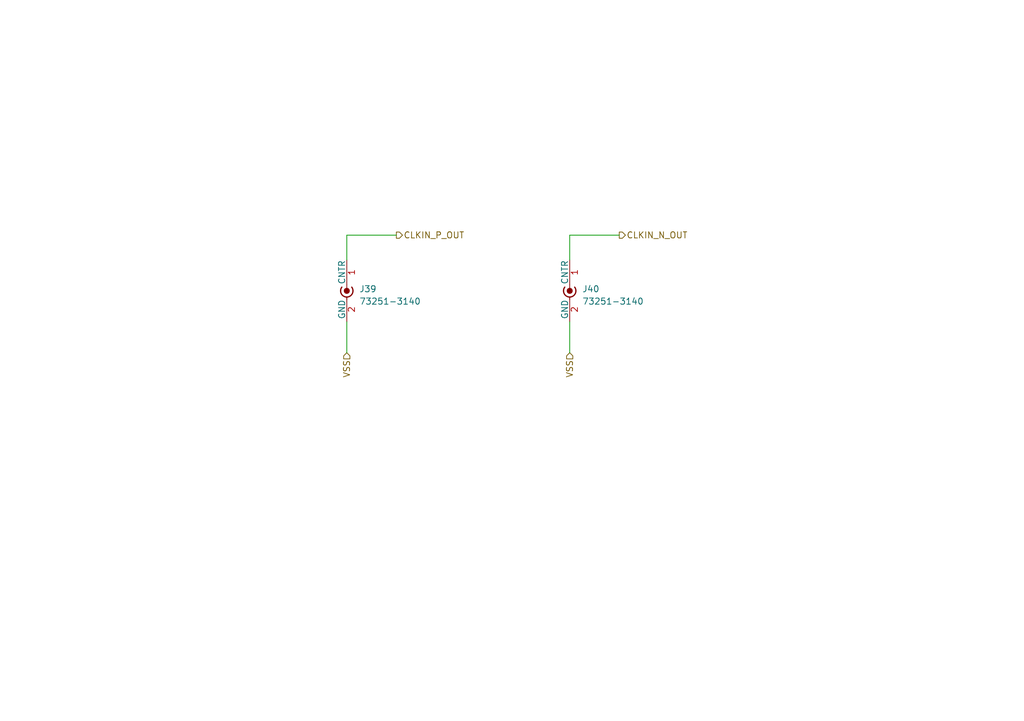
<source format=kicad_sch>
(kicad_sch (version 20230121) (generator eeschema)
  (paper "A5")
  (lib_symbols
    (symbol "cyborg65r2_connectors:73251-3140" (pin_names (offset 0))
      (property "Reference" "J" (at 2.54 1.27 0))
      (property "Value" "73251-3140" (at 2.54 -1.27 0))
      (symbol "73251-3140_0_0"
        (pin bidirectional line (at 0 0 270) (length 5.08) (name "CNTR") (number "1"))
        (pin passive line (at 0 -12.7 90) (length 5.08) (name "GND") (number "2"))
        (pin passive line (at 0 -12.7 90) (length 5.08) hide (name "GND") (number "3"))
        (pin passive line (at 0 -12.7 90) (length 5.08) hide (name "GND") (number "4"))
        (pin passive line (at 0 -12.7 90) (length 5.08) hide (name "GND") (number "5"))
      )
      (symbol "73251-3140_0_1"
        (arc (start -1.2695 -6.3498) (mid 0.0005 -7.6143) (end 1.2705 -6.3498) (stroke (width 0.254)))
        (arc (start -1.0155 -5.5878) (mid -1.2043 -5.9482) (end -1.2695 -6.3498) (stroke (width 0.254)))
        (polyline (pts (xy 0.0005 -7.6198) (xy 0.0005 -8.1278)))
        (polyline (pts (xy 0.0005 -5.0798) (xy 0.0005 -6.3498)))
        (circle (center 0.0005 -6.3498) (radius 0.508) (stroke (width 0.2032)) (fill (type outline)))
        (arc (start 1.2705 -6.3498) (mid 1.2053 -5.9482) (end 1.0165 -5.5878) (stroke (width 0.254)))
      )
    )
  )
  (wire (pts (xy 116.84 66.04) (xy 116.84 72.39)))
  (wire (pts (xy 116.84 48.26) (xy 116.84 53.34)))
  (wire (pts (xy 71.12 48.26) (xy 71.12 53.34)))
  (wire (pts (xy 127 48.26) (xy 116.84 48.26)))
  (wire (pts (xy 71.12 66.04) (xy 71.12 72.39)))
  (wire (pts (xy 81.28 48.26) (xy 71.12 48.26)))
  (hierarchical_label "VSS" (shape input) (at 116.84 72.39 270))
  (hierarchical_label "VSS" (shape input) (at 71.12 72.39 270))
  (hierarchical_label "CLKIN_P_OUT" (shape output) (at 81.28 48.26 0))
  (hierarchical_label "CLKIN_N_OUT" (shape output) (at 127 48.26 0))
  (symbol (lib_id "cyborg65r2_connectors:73251-3140") (at 71.12 53.34 0) (unit 1)
    (property "Reference" "J39" (at 73.66 59.3088 0) (effects (justify left)))
    (property "Value" "73251-3140" (at 73.66 61.8488 0) (effects (justify left)))
    (property "Footprint" "cyborg65r2_connectors:732513140" (effects hide))
    (property "Datasheet" "https://www.molex.com/molex/products/part-detail/rf_coax_connectors/0732513140" (effects hide))
    (property "Height" "9.5" (effects hide))
    (property "Manufacturer_Name" "Molex" (effects hide))
    (property "Manufacturer_Part_Number" "73251-3140" (effects hide))
    (property "Mouser Part Number" "538-73251-3140" (effects hide))
    (property "Mouser Price/Stock" "https://www.mouser.co.uk/ProductDetail/Molex/73251-3140?qs=KpdAywxU012Z1wkPGm8CCA%3D%3D" (effects hide))
  )
  (symbol (lib_id "cyborg65r2_connectors:73251-3140") (at 116.84 53.34 0) (unit 1)
    (property "Reference" "J40" (at 119.38 59.3088 0) (effects (justify left)))
    (property "Value" "73251-3140" (at 119.38 61.8488 0) (effects (justify left)))
    (property "Footprint" "cyborg65r2_connectors:732513140" (effects hide))
    (property "Datasheet" "https://www.molex.com/molex/products/part-detail/rf_coax_connectors/0732513140" (effects hide))
    (property "Height" "9.5" (effects hide))
    (property "Manufacturer_Name" "Molex" (effects hide))
    (property "Manufacturer_Part_Number" "73251-3140" (effects hide))
    (property "Mouser Part Number" "538-73251-3140" (effects hide))
    (property "Mouser Price/Stock" "https://www.mouser.co.uk/ProductDetail/Molex/73251-3140?qs=KpdAywxU012Z1wkPGm8CCA%3D%3D" (effects hide))
  )
)
</source>
